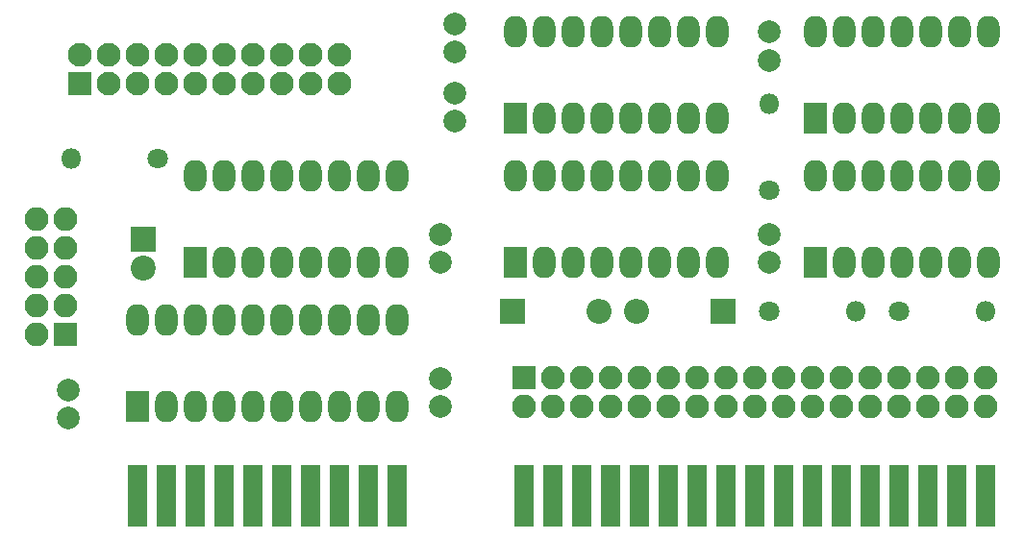
<source format=gbs>
G04 #@! TF.FileFunction,Soldermask,Bot*
%FSLAX46Y46*%
G04 Gerber Fmt 4.6, Leading zero omitted, Abs format (unit mm)*
G04 Created by KiCad (PCBNEW 4.0.7) date Mon Dec  3 14:16:20 2018*
%MOMM*%
%LPD*%
G01*
G04 APERTURE LIST*
%ADD10C,0.100000*%
%ADD11R,2.100000X2.100000*%
%ADD12O,2.100000X2.100000*%
%ADD13R,1.670000X5.480000*%
%ADD14C,2.000000*%
%ADD15R,2.200000X2.200000*%
%ADD16O,2.200000X2.200000*%
%ADD17C,2.100000*%
%ADD18C,1.800000*%
%ADD19O,1.800000X1.800000*%
%ADD20R,2.000000X2.800000*%
%ADD21O,2.000000X2.800000*%
%ADD22C,2.200000*%
G04 APERTURE END LIST*
D10*
D11*
X30480000Y-55626000D03*
D12*
X27940000Y-55626000D03*
X30480000Y-53086000D03*
X27940000Y-53086000D03*
X30480000Y-50546000D03*
X27940000Y-50546000D03*
X30480000Y-48006000D03*
X27940000Y-48006000D03*
X30480000Y-45466000D03*
X27940000Y-45466000D03*
D11*
X70866005Y-59435989D03*
D12*
X70866005Y-61975989D03*
X73406005Y-59435989D03*
X73406005Y-61975989D03*
X75946005Y-59435989D03*
X75946005Y-61975989D03*
X78486005Y-59435989D03*
X78486005Y-61975989D03*
X81026005Y-59435989D03*
X81026005Y-61975989D03*
X83566005Y-59435989D03*
X83566005Y-61975989D03*
X86106005Y-59435989D03*
X86106005Y-61975989D03*
X88646005Y-59435989D03*
X88646005Y-61975989D03*
X91186005Y-59435989D03*
X91186005Y-61975989D03*
X93726005Y-59435989D03*
X93726005Y-61975989D03*
X96266005Y-59435989D03*
X96266005Y-61975989D03*
X98806005Y-59435989D03*
X98806005Y-61975989D03*
X101346005Y-59435989D03*
X101346005Y-61975989D03*
X103886005Y-59435989D03*
X103886005Y-61975989D03*
X106426005Y-59435989D03*
X106426005Y-61975989D03*
X108966005Y-59435989D03*
X108966005Y-61975989D03*
X111506005Y-59435989D03*
X111506005Y-61975989D03*
D13*
X70866000Y-69850000D03*
X73406000Y-69850000D03*
X75946000Y-69850000D03*
X78486000Y-69850000D03*
X81026000Y-69850000D03*
X83566000Y-69850000D03*
X86106000Y-69850000D03*
X88646000Y-69850000D03*
X91186000Y-69850000D03*
X93726000Y-69850000D03*
X96266000Y-69850000D03*
X98806000Y-69850000D03*
X101346000Y-69850000D03*
X103886000Y-69850000D03*
X106426000Y-69850000D03*
X108966000Y-69850000D03*
X111506000Y-69850000D03*
X36830000Y-69850000D03*
X39370000Y-69850000D03*
X41910000Y-69850000D03*
X44450000Y-69850000D03*
X46990000Y-69850000D03*
X49530000Y-69850000D03*
X52070000Y-69850000D03*
X54610000Y-69850000D03*
X57150000Y-69850000D03*
X59690000Y-69850000D03*
D14*
X64770000Y-30734000D03*
X64770000Y-28234000D03*
X64770000Y-36830000D03*
X64770000Y-34330000D03*
X30734000Y-62992000D03*
X30734000Y-60492000D03*
X92456000Y-49276000D03*
X92456000Y-46776000D03*
X92456000Y-31456000D03*
X92456000Y-28956000D03*
X63500000Y-61976000D03*
X63500000Y-59476000D03*
X63500000Y-49276000D03*
X63500000Y-46776000D03*
D15*
X88392000Y-53594000D03*
D16*
X80772000Y-53594000D03*
D15*
X69850000Y-53594000D03*
D16*
X77470000Y-53594000D03*
D11*
X31750000Y-33528000D03*
D17*
X31750000Y-30988000D03*
X34290000Y-33528000D03*
X34290000Y-30988000D03*
X36830000Y-33528000D03*
X36830000Y-30988000D03*
X39370000Y-33528000D03*
X39370000Y-30988000D03*
X41910000Y-33528000D03*
X41910000Y-30988000D03*
X44450000Y-33528000D03*
X44450000Y-30988000D03*
X46990000Y-33528000D03*
X46990000Y-30988000D03*
X49530000Y-33528000D03*
X49530000Y-30988000D03*
X52070000Y-33528000D03*
X52070000Y-30988000D03*
X54610000Y-33528000D03*
X54610000Y-30988000D03*
D18*
X92456000Y-53594000D03*
D19*
X100076000Y-53594000D03*
D18*
X103886000Y-53594000D03*
D19*
X111506000Y-53594000D03*
D18*
X92456000Y-42926000D03*
D19*
X92456000Y-35306000D03*
D18*
X38608000Y-40132000D03*
D19*
X30988000Y-40132000D03*
D20*
X70104000Y-49276000D03*
D21*
X87884000Y-41656000D03*
X72644000Y-49276000D03*
X85344000Y-41656000D03*
X75184000Y-49276000D03*
X82804000Y-41656000D03*
X77724000Y-49276000D03*
X80264000Y-41656000D03*
X80264000Y-49276000D03*
X77724000Y-41656000D03*
X82804000Y-49276000D03*
X75184000Y-41656000D03*
X85344000Y-49276000D03*
X72644000Y-41656000D03*
X87884000Y-49276000D03*
X70104000Y-41656000D03*
D20*
X96520000Y-49276000D03*
D21*
X111760000Y-41656000D03*
X99060000Y-49276000D03*
X109220000Y-41656000D03*
X101600000Y-49276000D03*
X106680000Y-41656000D03*
X104140000Y-49276000D03*
X104140000Y-41656000D03*
X106680000Y-49276000D03*
X101600000Y-41656000D03*
X109220000Y-49276000D03*
X99060000Y-41656000D03*
X111760000Y-49276000D03*
X96520000Y-41656000D03*
D20*
X70104000Y-36576000D03*
D21*
X87884000Y-28956000D03*
X72644000Y-36576000D03*
X85344000Y-28956000D03*
X75184000Y-36576000D03*
X82804000Y-28956000D03*
X77724000Y-36576000D03*
X80264000Y-28956000D03*
X80264000Y-36576000D03*
X77724000Y-28956000D03*
X82804000Y-36576000D03*
X75184000Y-28956000D03*
X85344000Y-36576000D03*
X72644000Y-28956000D03*
X87884000Y-36576000D03*
X70104000Y-28956000D03*
D20*
X96520000Y-36576000D03*
D21*
X111760000Y-28956000D03*
X99060000Y-36576000D03*
X109220000Y-28956000D03*
X101600000Y-36576000D03*
X106680000Y-28956000D03*
X104140000Y-36576000D03*
X104140000Y-28956000D03*
X106680000Y-36576000D03*
X101600000Y-28956000D03*
X109220000Y-36576000D03*
X99060000Y-28956000D03*
X111760000Y-36576000D03*
X96520000Y-28956000D03*
D20*
X41910000Y-49276000D03*
D21*
X59690000Y-41656000D03*
X44450000Y-49276000D03*
X57150000Y-41656000D03*
X46990000Y-49276000D03*
X54610000Y-41656000D03*
X49530000Y-49276000D03*
X52070000Y-41656000D03*
X52070000Y-49276000D03*
X49530000Y-41656000D03*
X54610000Y-49276000D03*
X46990000Y-41656000D03*
X57150000Y-49276000D03*
X44450000Y-41656000D03*
X59690000Y-49276000D03*
X41910000Y-41656000D03*
D20*
X36830000Y-61976000D03*
D21*
X59690000Y-54356000D03*
X39370000Y-61976000D03*
X57150000Y-54356000D03*
X41910000Y-61976000D03*
X54610000Y-54356000D03*
X44450000Y-61976000D03*
X52070000Y-54356000D03*
X46990000Y-61976000D03*
X49530000Y-54356000D03*
X49530000Y-61976000D03*
X46990000Y-54356000D03*
X52070000Y-61976000D03*
X44450000Y-54356000D03*
X54610000Y-61976000D03*
X41910000Y-54356000D03*
X57150000Y-61976000D03*
X39370000Y-54356000D03*
X59690000Y-61976000D03*
X36830000Y-54356000D03*
D15*
X37338000Y-47244000D03*
D22*
X37338000Y-49784000D03*
M02*

</source>
